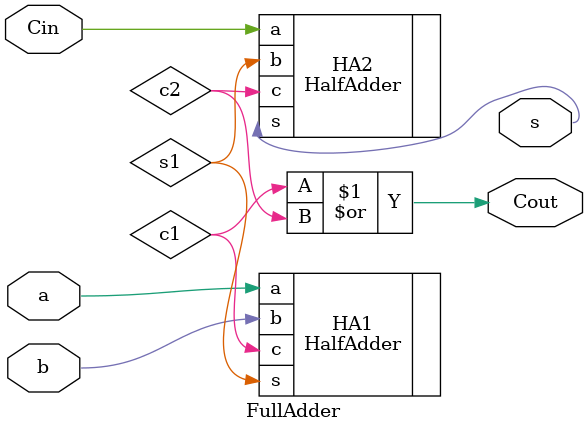
<source format=v>
`timescale 1ns / 1ps


module FullAdder(
    input a,
    input b,
    input Cin,
    output s,
    output Cout
    );
    
    wire c1, c2, s1;
    
    HalfAdder HA1 (.a(a), .b(b), .s(s1), .c(c1));
    HalfAdder HA2 (.a(Cin), .b(s1), .s(s), .c(c2));
    assign Cout = c1 | c2;
    
endmodule

</source>
